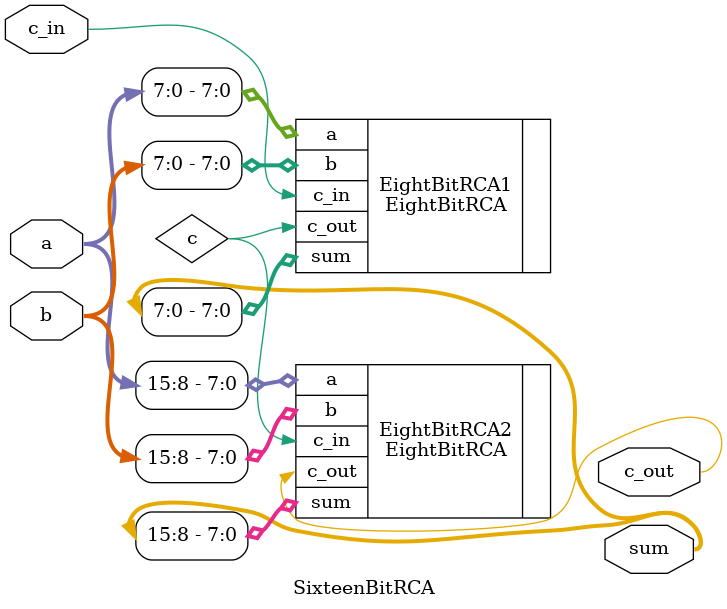
<source format=v>
`timescale 1ns / 1ps


module SixteenBitRCA(
    input [15:0] a, b,
    input c_in,
    output [15:0] sum,
    output c_out
    );

    wire c;

    EightBitRCA EightBitRCA1 (
        .c_out(c),
        .sum(sum[7:0]),
        .a(a[7:0]),
        .b(b[7:0]),
        .c_in(c_in)
    );

    EightBitRCA EightBitRCA2 (
        .c_out(c_out),
        .sum(sum[15:8]),
        .a(a[15:8]),
        .b(b[15:8]),
        .c_in(c)
    );

endmodule

</source>
